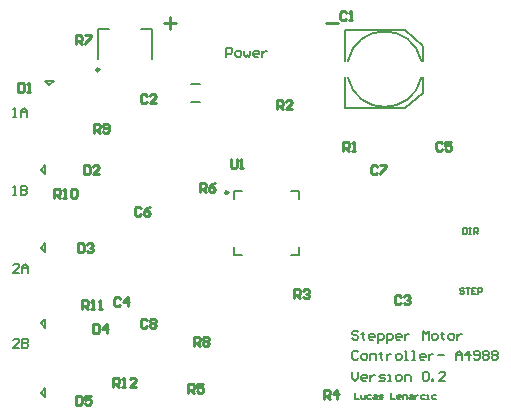
<source format=gto>
G04*
G04 #@! TF.GenerationSoftware,Altium Limited,CircuitMaker,2.0.3 (51)*
G04*
G04 Layer_Color=15132400*
%FSLAX44Y44*%
%MOMM*%
G71*
G04*
G04 #@! TF.SameCoordinates,C8AC64B2-932A-4FD2-A93B-DAD22475A408*
G04*
G04*
G04 #@! TF.FilePolarity,Positive*
G04*
G01*
G75*
%ADD10C,0.2500*%
%ADD11C,0.2032*%
%ADD12C,0.2000*%
%ADD13C,0.2540*%
%ADD14C,0.1524*%
D10*
X628390Y1029680D02*
G03*
X628390Y1029680I-1250J0D01*
G01*
X737500Y925750D02*
G03*
X737500Y925750I-1250J0D01*
G01*
D11*
X901177Y1036858D02*
G03*
X838935Y1036858I-31121J-6473D01*
G01*
Y1023150D02*
G03*
X901177Y1023150I31121J6971D01*
G01*
X836935Y1063020D02*
X886953D01*
X902955Y1050066D01*
X886953Y997000D02*
X902955Y1010000D01*
X836935Y997000D02*
X886953D01*
X836935Y1036858D02*
Y1063020D01*
Y997000D02*
Y1023150D01*
X902955Y1036858D02*
Y1050066D01*
Y1010000D02*
Y1023150D01*
X582930Y752348D02*
Y759968D01*
X579120Y756158D02*
X582930Y759968D01*
X579120Y756158D02*
X582930Y752348D01*
Y941070D02*
Y948690D01*
X579120Y944880D02*
X582930Y948690D01*
X579120Y944880D02*
X582930Y941070D01*
X582676Y811276D02*
Y818896D01*
X578866Y815086D02*
X582676Y818896D01*
X578866Y815086D02*
X582676Y811276D01*
X582930Y875030D02*
Y882650D01*
X579120Y878840D02*
X582930Y882650D01*
X579120Y878840D02*
X582930Y875030D01*
X582422Y1020318D02*
X590042D01*
X582422D02*
X586232Y1016508D01*
X590042Y1020318D01*
X842772Y774190D02*
Y769111D01*
X845311Y766572D01*
X847850Y769111D01*
Y774190D01*
X854198Y766572D02*
X851659D01*
X850389Y767842D01*
Y770381D01*
X851659Y771650D01*
X854198D01*
X855468Y770381D01*
Y769111D01*
X850389D01*
X858007Y771650D02*
Y766572D01*
Y769111D01*
X859277Y770381D01*
X860546Y771650D01*
X861816D01*
X865625Y766572D02*
X869433D01*
X870703Y767842D01*
X869433Y769111D01*
X866894D01*
X865625Y770381D01*
X866894Y771650D01*
X870703D01*
X873242Y766572D02*
X875781D01*
X874512D01*
Y771650D01*
X873242D01*
X880860Y766572D02*
X883399D01*
X884668Y767842D01*
Y770381D01*
X883399Y771650D01*
X880860D01*
X879590Y770381D01*
Y767842D01*
X880860Y766572D01*
X887208D02*
Y771650D01*
X891016D01*
X892286Y770381D01*
Y766572D01*
X902443Y772920D02*
X903712Y774190D01*
X906252D01*
X907521Y772920D01*
Y767842D01*
X906252Y766572D01*
X903712D01*
X902443Y767842D01*
Y772920D01*
X910060Y766572D02*
Y767842D01*
X911330D01*
Y766572D01*
X910060D01*
X921487D02*
X916408D01*
X921487Y771650D01*
Y772920D01*
X920217Y774190D01*
X917678D01*
X916408Y772920D01*
X560830Y794512D02*
X555752D01*
X560830Y799590D01*
Y800860D01*
X559561Y802130D01*
X557022D01*
X555752Y800860D01*
X563369Y802130D02*
Y794512D01*
X567178D01*
X568448Y795782D01*
Y797051D01*
X567178Y798321D01*
X563369D01*
X567178D01*
X568448Y799590D01*
Y800860D01*
X567178Y802130D01*
X563369D01*
X560830Y858012D02*
X555752D01*
X560830Y863090D01*
Y864360D01*
X559561Y865630D01*
X557022D01*
X555752Y864360D01*
X563369Y858012D02*
Y863090D01*
X565909Y865630D01*
X568448Y863090D01*
Y858012D01*
Y861821D01*
X563369D01*
X555752Y924052D02*
X558291D01*
X557022D01*
Y931669D01*
X555752Y930400D01*
X562100Y931669D02*
Y924052D01*
X565909D01*
X567178Y925322D01*
Y926591D01*
X565909Y927861D01*
X562100D01*
X565909D01*
X567178Y929130D01*
Y930400D01*
X565909Y931669D01*
X562100D01*
X555752Y990092D02*
X558291D01*
X557022D01*
Y997710D01*
X555752Y996440D01*
X562100Y990092D02*
Y995170D01*
X564639Y997710D01*
X567178Y995170D01*
Y990092D01*
Y993901D01*
X562100D01*
X936752Y896110D02*
Y891032D01*
X939291D01*
X940138Y891878D01*
Y895264D01*
X939291Y896110D01*
X936752D01*
X941830D02*
X943523D01*
X942677D01*
Y891032D01*
X941830D01*
X943523D01*
X946062D02*
Y896110D01*
X948602D01*
X949448Y895264D01*
Y893571D01*
X948602Y892725D01*
X946062D01*
X947755D02*
X949448Y891032D01*
X736092Y1040892D02*
Y1048510D01*
X739901D01*
X741170Y1047240D01*
Y1044701D01*
X739901Y1043431D01*
X736092D01*
X744979Y1040892D02*
X747518D01*
X748788Y1042162D01*
Y1044701D01*
X747518Y1045970D01*
X744979D01*
X743709Y1044701D01*
Y1042162D01*
X744979Y1040892D01*
X751327Y1045970D02*
Y1042162D01*
X752597Y1040892D01*
X753866Y1042162D01*
X755136Y1040892D01*
X756405Y1042162D01*
Y1045970D01*
X762753Y1040892D02*
X760214D01*
X758945Y1042162D01*
Y1044701D01*
X760214Y1045970D01*
X762753D01*
X764023Y1044701D01*
Y1043431D01*
X758945D01*
X766562Y1045970D02*
Y1040892D01*
Y1043431D01*
X767832Y1044701D01*
X769101Y1045970D01*
X770371D01*
X847850Y807257D02*
X846581Y808527D01*
X844042D01*
X842772Y807257D01*
Y805987D01*
X844042Y804718D01*
X846581D01*
X847850Y803448D01*
Y802179D01*
X846581Y800909D01*
X844042D01*
X842772Y802179D01*
X851659Y807257D02*
Y805987D01*
X850389D01*
X852929D01*
X851659D01*
Y802179D01*
X852929Y800909D01*
X860546D02*
X858007D01*
X856738Y802179D01*
Y804718D01*
X858007Y805987D01*
X860546D01*
X861816Y804718D01*
Y803448D01*
X856738D01*
X864355Y798370D02*
Y805987D01*
X868164D01*
X869433Y804718D01*
Y802179D01*
X868164Y800909D01*
X864355D01*
X871973Y798370D02*
Y805987D01*
X875781D01*
X877051Y804718D01*
Y802179D01*
X875781Y800909D01*
X871973D01*
X883399D02*
X880860D01*
X879590Y802179D01*
Y804718D01*
X880860Y805987D01*
X883399D01*
X884668Y804718D01*
Y803448D01*
X879590D01*
X887208Y805987D02*
Y800909D01*
Y803448D01*
X888477Y804718D01*
X889747Y805987D01*
X891016D01*
X902443Y800909D02*
Y808527D01*
X904982Y805987D01*
X907521Y808527D01*
Y800909D01*
X911330D02*
X913869D01*
X915139Y802179D01*
Y804718D01*
X913869Y805987D01*
X911330D01*
X910060Y804718D01*
Y802179D01*
X911330Y800909D01*
X918947Y807257D02*
Y805987D01*
X917678D01*
X920217D01*
X918947D01*
Y802179D01*
X920217Y800909D01*
X925295D02*
X927834D01*
X929104Y802179D01*
Y804718D01*
X927834Y805987D01*
X925295D01*
X924026Y804718D01*
Y802179D01*
X925295Y800909D01*
X931643Y805987D02*
Y800909D01*
Y803448D01*
X932913Y804718D01*
X934182Y805987D01*
X935452D01*
X847850Y790700D02*
X846581Y791970D01*
X844042D01*
X842772Y790700D01*
Y785622D01*
X844042Y784352D01*
X846581D01*
X847850Y785622D01*
X851659Y784352D02*
X854198D01*
X855468Y785622D01*
Y788161D01*
X854198Y789430D01*
X851659D01*
X850389Y788161D01*
Y785622D01*
X851659Y784352D01*
X858007D02*
Y789430D01*
X861816D01*
X863085Y788161D01*
Y784352D01*
X866894Y790700D02*
Y789430D01*
X865625D01*
X868164D01*
X866894D01*
Y785622D01*
X868164Y784352D01*
X871973Y789430D02*
Y784352D01*
Y786891D01*
X873242Y788161D01*
X874512Y789430D01*
X875781D01*
X880860Y784352D02*
X883399D01*
X884668Y785622D01*
Y788161D01*
X883399Y789430D01*
X880860D01*
X879590Y788161D01*
Y785622D01*
X880860Y784352D01*
X887208D02*
X889747D01*
X888477D01*
Y791970D01*
X887208D01*
X893556Y784352D02*
X896095D01*
X894825D01*
Y791970D01*
X893556D01*
X903712Y784352D02*
X901173D01*
X899903Y785622D01*
Y788161D01*
X901173Y789430D01*
X903712D01*
X904982Y788161D01*
Y786891D01*
X899903D01*
X907521Y789430D02*
Y784352D01*
Y786891D01*
X908791Y788161D01*
X910060Y789430D01*
X911330D01*
X915139Y788161D02*
X920217D01*
X930374Y784352D02*
Y789430D01*
X932913Y791970D01*
X935452Y789430D01*
Y784352D01*
Y788161D01*
X930374D01*
X941800Y784352D02*
Y791970D01*
X937991Y788161D01*
X943070D01*
X945609Y785622D02*
X946878Y784352D01*
X949417D01*
X950687Y785622D01*
Y790700D01*
X949417Y791970D01*
X946878D01*
X945609Y790700D01*
Y789430D01*
X946878Y788161D01*
X950687D01*
X953226Y790700D02*
X954496Y791970D01*
X957035D01*
X958305Y790700D01*
Y789430D01*
X957035Y788161D01*
X958305Y786891D01*
Y785622D01*
X957035Y784352D01*
X954496D01*
X953226Y785622D01*
Y786891D01*
X954496Y788161D01*
X953226Y789430D01*
Y790700D01*
X954496Y788161D02*
X957035D01*
X960844Y790700D02*
X962113Y791970D01*
X964653D01*
X965922Y790700D01*
Y789430D01*
X964653Y788161D01*
X965922Y786891D01*
Y785622D01*
X964653Y784352D01*
X962113D01*
X960844Y785622D01*
Y786891D01*
X962113Y788161D01*
X960844Y789430D01*
Y790700D01*
X962113Y788161D02*
X964653D01*
D12*
X663500Y1064500D02*
X673000D01*
Y1038500D02*
Y1064500D01*
X627000D02*
X636500D01*
X627000Y1038500D02*
Y1064500D01*
X742750Y872750D02*
X749500D01*
X742750D02*
Y879500D01*
X790500Y872750D02*
X797250D01*
Y879500D01*
Y920500D02*
Y927250D01*
X790500D02*
X797250D01*
X742750D02*
X749500D01*
X742750Y920500D02*
Y927250D01*
X706500Y1018000D02*
X713500D01*
X706500Y1002000D02*
X713500D01*
D13*
X820420Y1069340D02*
X830577D01*
X683260Y1069338D02*
X693417D01*
X688338Y1074417D02*
Y1064260D01*
X640478Y761191D02*
Y768809D01*
X644287D01*
X645556Y767539D01*
Y765000D01*
X644287Y763730D01*
X640478D01*
X643017D02*
X645556Y761191D01*
X648096D02*
X650635D01*
X649365D01*
Y768809D01*
X648096Y767539D01*
X659522Y761191D02*
X654444D01*
X659522Y766270D01*
Y767539D01*
X658252Y768809D01*
X655713D01*
X654444Y767539D01*
X614048Y826771D02*
Y834389D01*
X617856D01*
X619126Y833119D01*
Y830580D01*
X617856Y829310D01*
X614048D01*
X616587D02*
X619126Y826771D01*
X621665D02*
X624204D01*
X622935D01*
Y834389D01*
X621665Y833119D01*
X628013Y826771D02*
X630552D01*
X629283D01*
Y834389D01*
X628013Y833119D01*
X590478Y921191D02*
Y928809D01*
X594287D01*
X595556Y927539D01*
Y925000D01*
X594287Y923730D01*
X590478D01*
X593017D02*
X595556Y921191D01*
X598096D02*
X600635D01*
X599365D01*
Y928809D01*
X598096Y927539D01*
X604444D02*
X605713Y928809D01*
X608252D01*
X609522Y927539D01*
Y922461D01*
X608252Y921191D01*
X605713D01*
X604444Y922461D01*
Y927539D01*
X623652Y976191D02*
Y983809D01*
X627461D01*
X628730Y982539D01*
Y980000D01*
X627461Y978730D01*
X623652D01*
X626191D02*
X628730Y976191D01*
X631270Y977461D02*
X632539Y976191D01*
X635078D01*
X636348Y977461D01*
Y982539D01*
X635078Y983809D01*
X632539D01*
X631270Y982539D01*
Y981270D01*
X632539Y980000D01*
X636348D01*
X608652Y1051191D02*
Y1058809D01*
X612461D01*
X613730Y1057539D01*
Y1055000D01*
X612461Y1053730D01*
X608652D01*
X611191D02*
X613730Y1051191D01*
X616270Y1058809D02*
X621348D01*
Y1057539D01*
X616270Y1052461D01*
Y1051191D01*
X608652Y753809D02*
Y746191D01*
X612461D01*
X613730Y747461D01*
Y752539D01*
X612461Y753809D01*
X608652D01*
X621348D02*
X616270D01*
Y750000D01*
X618809Y751270D01*
X620078D01*
X621348Y750000D01*
Y747461D01*
X620078Y746191D01*
X617539D01*
X616270Y747461D01*
X623572Y814069D02*
Y806451D01*
X627381D01*
X628650Y807721D01*
Y812799D01*
X627381Y814069D01*
X623572D01*
X634998Y806451D02*
Y814069D01*
X631190Y810260D01*
X636268D01*
X610312Y882649D02*
Y875031D01*
X614121D01*
X615390Y876301D01*
Y881379D01*
X614121Y882649D01*
X610312D01*
X617930Y881379D02*
X619199Y882649D01*
X621738D01*
X623008Y881379D01*
Y880110D01*
X621738Y878840D01*
X620469D01*
X621738D01*
X623008Y877570D01*
Y876301D01*
X621738Y875031D01*
X619199D01*
X617930Y876301D01*
X615312Y948689D02*
Y941071D01*
X619121D01*
X620390Y942341D01*
Y947419D01*
X619121Y948689D01*
X615312D01*
X628008Y941071D02*
X622930D01*
X628008Y946150D01*
Y947419D01*
X626738Y948689D01*
X624199D01*
X622930Y947419D01*
X559922Y1018809D02*
Y1011191D01*
X563730D01*
X565000Y1012461D01*
Y1017539D01*
X563730Y1018809D01*
X559922D01*
X567539Y1011191D02*
X570078D01*
X568809D01*
Y1018809D01*
X567539Y1017539D01*
X793652Y836191D02*
Y843809D01*
X797461D01*
X798730Y842539D01*
Y840000D01*
X797461Y838730D01*
X793652D01*
X796191D02*
X798730Y836191D01*
X801270Y842539D02*
X802539Y843809D01*
X805078D01*
X806348Y842539D01*
Y841270D01*
X805078Y840000D01*
X803809D01*
X805078D01*
X806348Y838730D01*
Y837461D01*
X805078Y836191D01*
X802539D01*
X801270Y837461D01*
X739922Y953809D02*
Y947461D01*
X741191Y946191D01*
X743730D01*
X745000Y947461D01*
Y953809D01*
X747539Y946191D02*
X750078D01*
X748809D01*
Y953809D01*
X747539Y952539D01*
X708652Y796191D02*
Y803809D01*
X712461D01*
X713730Y802539D01*
Y800000D01*
X712461Y798730D01*
X708652D01*
X711191D02*
X713730Y796191D01*
X716270Y802539D02*
X717539Y803809D01*
X720078D01*
X721348Y802539D01*
Y801270D01*
X720078Y800000D01*
X721348Y798730D01*
Y797461D01*
X720078Y796191D01*
X717539D01*
X716270Y797461D01*
Y798730D01*
X717539Y800000D01*
X716270Y801270D01*
Y802539D01*
X717539Y800000D02*
X720078D01*
X713652Y926191D02*
Y933809D01*
X717461D01*
X718730Y932539D01*
Y930000D01*
X717461Y928730D01*
X713652D01*
X716191D02*
X718730Y926191D01*
X726348Y933809D02*
X723809Y932539D01*
X721270Y930000D01*
Y927461D01*
X722539Y926191D01*
X725078D01*
X726348Y927461D01*
Y928730D01*
X725078Y930000D01*
X721270D01*
X703652Y756191D02*
Y763809D01*
X707461D01*
X708730Y762539D01*
Y760000D01*
X707461Y758730D01*
X703652D01*
X706191D02*
X708730Y756191D01*
X716348Y763809D02*
X711270D01*
Y760000D01*
X713809Y761270D01*
X715078D01*
X716348Y760000D01*
Y757461D01*
X715078Y756191D01*
X712539D01*
X711270Y757461D01*
X818652Y751191D02*
Y758809D01*
X822461D01*
X823730Y757539D01*
Y755000D01*
X822461Y753730D01*
X818652D01*
X821191D02*
X823730Y751191D01*
X830078D02*
Y758809D01*
X826270Y755000D01*
X831348D01*
X778652Y996191D02*
Y1003809D01*
X782461D01*
X783730Y1002539D01*
Y1000000D01*
X782461Y998730D01*
X778652D01*
X781191D02*
X783730Y996191D01*
X791348D02*
X786270D01*
X791348Y1001270D01*
Y1002539D01*
X790078Y1003809D01*
X787539D01*
X786270Y1002539D01*
X834922Y961191D02*
Y968809D01*
X838730D01*
X840000Y967539D01*
Y965000D01*
X838730Y963730D01*
X834922D01*
X837461D02*
X840000Y961191D01*
X842539D02*
X845078D01*
X843809D01*
Y968809D01*
X842539Y967539D01*
X668780Y817624D02*
X667511Y818894D01*
X664972D01*
X663702Y817624D01*
Y812546D01*
X664972Y811276D01*
X667511D01*
X668780Y812546D01*
X671320Y817624D02*
X672589Y818894D01*
X675128D01*
X676398Y817624D01*
Y816354D01*
X675128Y815085D01*
X676398Y813815D01*
Y812546D01*
X675128Y811276D01*
X672589D01*
X671320Y812546D01*
Y813815D01*
X672589Y815085D01*
X671320Y816354D01*
Y817624D01*
X672589Y815085D02*
X675128D01*
X863730Y947539D02*
X862461Y948809D01*
X859922D01*
X858652Y947539D01*
Y942461D01*
X859922Y941191D01*
X862461D01*
X863730Y942461D01*
X866270Y948809D02*
X871348D01*
Y947539D01*
X866270Y942461D01*
Y941191D01*
X663730Y912539D02*
X662461Y913809D01*
X659922D01*
X658652Y912539D01*
Y907461D01*
X659922Y906191D01*
X662461D01*
X663730Y907461D01*
X671348Y913809D02*
X668809Y912539D01*
X666270Y910000D01*
Y907461D01*
X667539Y906191D01*
X670078D01*
X671348Y907461D01*
Y908730D01*
X670078Y910000D01*
X666270D01*
X918730Y967539D02*
X917461Y968809D01*
X914922D01*
X913652Y967539D01*
Y962461D01*
X914922Y961191D01*
X917461D01*
X918730Y962461D01*
X926348Y968809D02*
X921270D01*
Y965000D01*
X923809Y966270D01*
X925078D01*
X926348Y965000D01*
Y962461D01*
X925078Y961191D01*
X922539D01*
X921270Y962461D01*
X646430Y835659D02*
X645161Y836929D01*
X642622D01*
X641352Y835659D01*
Y830581D01*
X642622Y829311D01*
X645161D01*
X646430Y830581D01*
X652778Y829311D02*
Y836929D01*
X648970Y833120D01*
X654048D01*
X883730Y837539D02*
X882461Y838809D01*
X879922D01*
X878652Y837539D01*
Y832461D01*
X879922Y831191D01*
X882461D01*
X883730Y832461D01*
X886270Y837539D02*
X887539Y838809D01*
X890078D01*
X891348Y837539D01*
Y836270D01*
X890078Y835000D01*
X888809D01*
X890078D01*
X891348Y833730D01*
Y832461D01*
X890078Y831191D01*
X887539D01*
X886270Y832461D01*
X668730Y1007539D02*
X667461Y1008809D01*
X664922D01*
X663652Y1007539D01*
Y1002461D01*
X664922Y1001191D01*
X667461D01*
X668730Y1002461D01*
X676348Y1001191D02*
X671270D01*
X676348Y1006270D01*
Y1007539D01*
X675078Y1008809D01*
X672539D01*
X671270Y1007539D01*
X837690Y1077974D02*
X836421Y1079243D01*
X833882D01*
X832612Y1077974D01*
Y1072896D01*
X833882Y1071626D01*
X836421D01*
X837690Y1072896D01*
X840229Y1071626D02*
X842769D01*
X841499D01*
Y1079243D01*
X840229Y1077974D01*
D14*
X844804Y755902D02*
Y750824D01*
X848190D01*
X849882Y754210D02*
Y751670D01*
X850729Y750824D01*
X853268D01*
Y754210D01*
X858346D02*
X855807D01*
X854961Y753363D01*
Y751670D01*
X855807Y750824D01*
X858346D01*
X860885Y754210D02*
X862578D01*
X863425Y753363D01*
Y750824D01*
X860885D01*
X860039Y751670D01*
X860885Y752517D01*
X863425D01*
X865117Y750824D02*
X867657D01*
X868503Y751670D01*
X867657Y752517D01*
X865964D01*
X865117Y753363D01*
X865964Y754210D01*
X868503D01*
X875274Y755902D02*
Y750824D01*
X878660D01*
X882892D02*
X881199D01*
X880352Y751670D01*
Y753363D01*
X881199Y754210D01*
X882892D01*
X883738Y753363D01*
Y752517D01*
X880352D01*
X885431Y750824D02*
Y754210D01*
X887970D01*
X888816Y753363D01*
Y750824D01*
X891356Y754210D02*
X893048D01*
X893895Y753363D01*
Y750824D01*
X891356D01*
X890509Y751670D01*
X891356Y752517D01*
X893895D01*
X895587Y754210D02*
Y750824D01*
Y752517D01*
X896434Y753363D01*
X897280Y754210D01*
X898127D01*
X904051D02*
X901512D01*
X900666Y753363D01*
Y751670D01*
X901512Y750824D01*
X904051D01*
X905744D02*
X907437D01*
X906591D01*
Y754210D01*
X905744D01*
X913362D02*
X910823D01*
X909976Y753363D01*
Y751670D01*
X910823Y750824D01*
X913362D01*
X937090Y843956D02*
X936243Y844802D01*
X934550D01*
X933704Y843956D01*
Y843110D01*
X934550Y842263D01*
X936243D01*
X937090Y841417D01*
Y840570D01*
X936243Y839724D01*
X934550D01*
X933704Y840570D01*
X938782Y844802D02*
X942168D01*
X940475D01*
Y839724D01*
X947246Y844802D02*
X943861D01*
Y839724D01*
X947246D01*
X943861Y842263D02*
X945554D01*
X948939Y839724D02*
Y844802D01*
X951478D01*
X952325Y843956D01*
Y842263D01*
X951478Y841417D01*
X948939D01*
M02*

</source>
